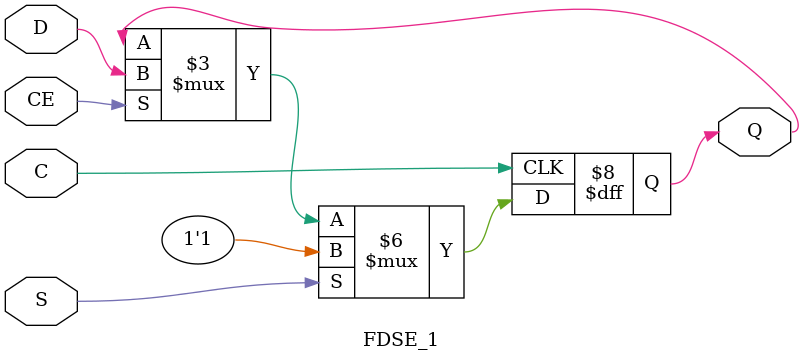
<source format=v>
module FDSE_1 (
  output reg Q,
  (* clkbuf_sink *)
  input C,
  input CE,
  input D,
  input S
);
  parameter [0:0] INIT = 1'b1;
  initial Q <= INIT;
  always @(negedge C) if (S) Q <= 1'b1; else if (CE) Q <= D;
  specify
    // https://github.com/SymbiFlow/prjxray-db/blob/23c8b0851f979f0799318eaca90174413a46b257/artix7/timings/slicel.sdf#L249
    $setup(D , negedge C &&& CE, /*-46*/ 0); // Negative times not currently supported
    // https://github.com/SymbiFlow/prjxray-db/blob/23c8b0851f979f0799318eaca90174413a46b257/artix7/timings/slicel.sdf#L248
    $setup(CE, negedge C, 109);
    // https://github.com/SymbiFlow/prjxray-db/blob/23c8b0851f979f0799318eaca90174413a46b257/artix7/timings/slicel.sdf#L274
    $setup(S , negedge C, 404);
    // https://github.com/SymbiFlow/prjxray-db/blob/34ea6eb08a63d21ec16264ad37a0a7b142ff6031/artix7/timings/CLBLL_L.sdf#L243
    if (S)        (negedge C => (Q : 1'b1)) = 303;
    if (!S && CE) (negedge C => (Q : D)) = 303;
  endspecify
endmodule
</source>
